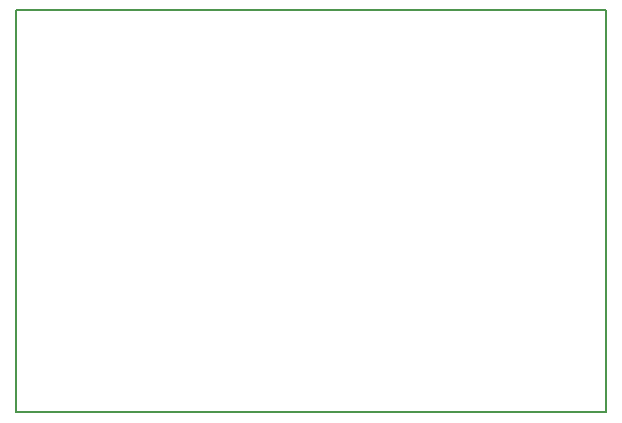
<source format=gm1>
G04 #@! TF.GenerationSoftware,KiCad,Pcbnew,(5.1.5)-3*
G04 #@! TF.CreationDate,2020-03-31T22:24:07+09:00*
G04 #@! TF.ProjectId,irController,6972436f-6e74-4726-9f6c-6c65722e6b69,rev?*
G04 #@! TF.SameCoordinates,Original*
G04 #@! TF.FileFunction,Profile,NP*
%FSLAX46Y46*%
G04 Gerber Fmt 4.6, Leading zero omitted, Abs format (unit mm)*
G04 Created by KiCad (PCBNEW (5.1.5)-3) date 2020-03-31 22:24:07*
%MOMM*%
%LPD*%
G04 APERTURE LIST*
%ADD10C,0.150000*%
G04 APERTURE END LIST*
D10*
X129500000Y-103000000D02*
X132000000Y-103000000D01*
X129500000Y-69000000D02*
X129500000Y-103000000D01*
X132000000Y-69000000D02*
X129500000Y-69000000D01*
X179500000Y-69000000D02*
X179500000Y-103000000D01*
X179500000Y-103000000D02*
X132000000Y-103000000D01*
X132000000Y-69000000D02*
X179500000Y-69000000D01*
M02*

</source>
